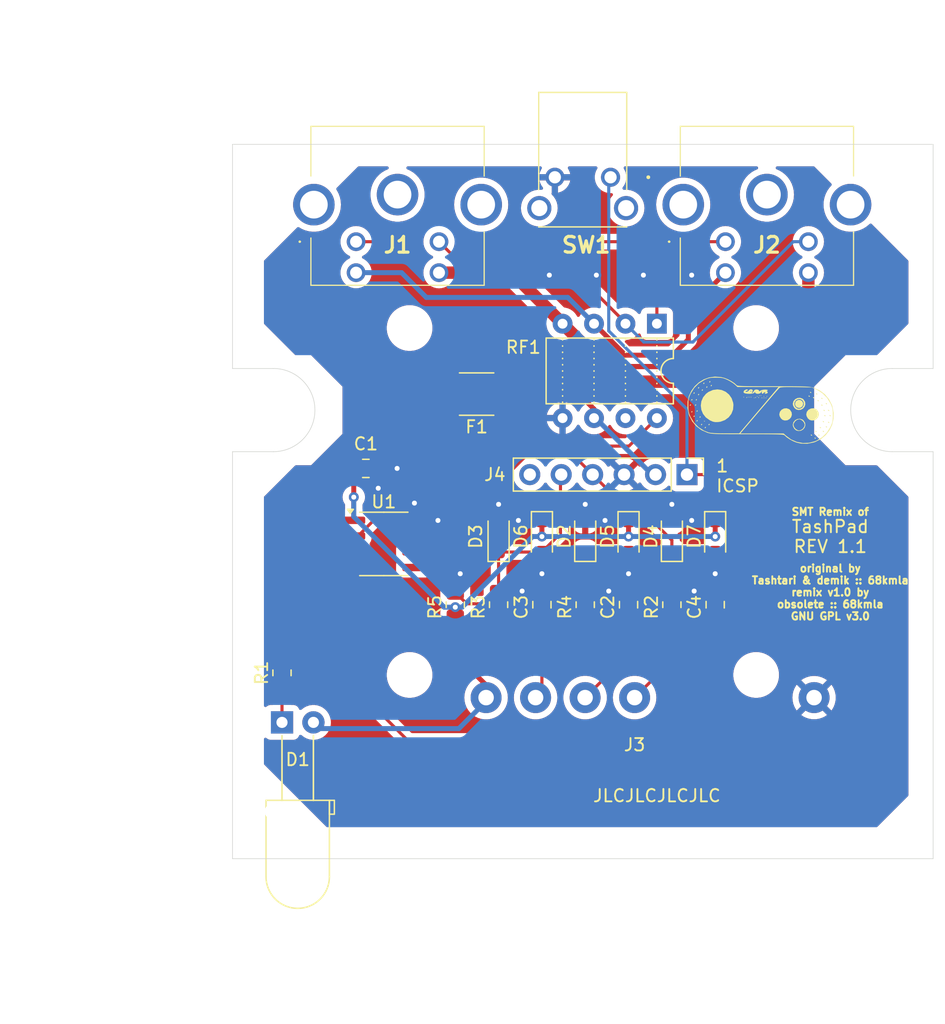
<source format=kicad_pcb>
(kicad_pcb (version 20240108) (generator "pcbnew") (generator_version "8.0")
  (title_block (title "TashPad") (date "2024-05-23") (rev "1.1") (company "Lostwave") (comment 1 "https://68kmla.org") (comment 2 "https://github.com/lampmerchant/tashpad"))
  (layers (0 "F.Cu" signal) (31 "B.Cu" signal) (35 "F.Paste" user) (37 "F.SilkS" user "F.Silkscreen") (38 "B.Mask" user) (39 "F.Mask" user) (44 "Edge.Cuts" user))
  (net 0 "")
  (net 1 "GND")
  (net 2 "+5V")
  (net 3 "Net-(RF1-Pin_3)")
  (net 4 "Net-(RF1-Pin_1)")
  (net 5 "Net-(RF1-Pin_2)")
  (net 6 "Net-(RF1-Pin_4)")
  (net 8 "Net-(J3-Pin_3)")
  (net 9 "Net-(J3-Pin_2)")
  (net 10 "ADB")
  (net 11 "Net-(J3-Pin_4)")
  (net 12 "Net-(D1-K)")
  (net 13 "Net-(D2-K)")
  (net 14 "Net-(D3-K)")
  (net 15 "Net-(D4-K)")
  (net 18 "Net-(U1-RA4)")
  (net 20 "Net-(J4-Pin_1)")
  (net 21 "+5V_PREFUSE")
  (footprint "Capacitor_SMD:C_0805_2012Metric_Pad1.18x1.45mm_HandSolder" (layer "F.Cu") (at 137.775 95.5 180)
    (property "Reference" "C1" (at 0 1.98 0) (layer "F.SilkS"))
    (property "Value" "100nF")
    (pad "1" smd roundrect (at -1.0375 0 180) (size 1.175 1.45) (layers "F.Cu" "F.Paste" "F.Mask") (roundrect_rratio 0.212766) (net 1 "GND"))
    (pad "2" smd roundrect (at 1.0375 0 180) (size 1.175 1.45) (layers "F.Cu" "F.Paste" "F.Mask") (roundrect_rratio 0.212766) (net 2 "+5V"))
  )
  (footprint "Package_SO:SOIC-8_3.9x4.9mm_P1.27mm" (layer "F.Cu") (at 139.225 101.595)
    (property "Reference" "U1" (at 0 -3.395 0) (layer "F.SilkS"))
    (property "Value" "PIC12F1501-xP")
    (pad "1" smd roundrect (at -2.475 -1.905) (size 1.95 0.6) (layers "F.Cu" "F.Paste" "F.Mask") (net 2 "+5V"))
    (pad "2" smd roundrect (at -2.475 -0.635) (size 1.95 0.6) (layers "F.Cu" "F.Paste" "F.Mask") (net 10 "ADB"))
    (pad "3" smd roundrect (at -2.475 0.635) (size 1.95 0.6) (layers "F.Cu" "F.Paste" "F.Mask") (net 18 "Net-(U1-RA4)"))
    (pad "4" smd roundrect (at -2.475 1.905) (size 1.95 0.6) (layers "F.Cu" "F.Paste" "F.Mask") (net 20 "Net-(J4-Pin_1)"))
    (pad "5" smd roundrect (at 2.475 1.905) (size 1.95 0.6) (layers "F.Cu" "F.Paste" "F.Mask") (net 13 "Net-(D2-K)"))
    (pad "6" smd roundrect (at 2.475 0.635) (size 1.95 0.6) (layers "F.Cu" "F.Paste" "F.Mask") (net 14 "Net-(D3-K)"))
    (pad "7" smd roundrect (at 2.475 -0.635) (size 1.95 0.6) (layers "F.Cu" "F.Paste" "F.Mask") (net 15 "Net-(D4-K)"))
    (pad "8" smd roundrect (at 2.475 -1.905) (size 1.95 0.6) (layers "F.Cu" "F.Paste" "F.Mask") (net 1 "GND"))
  )
  (footprint "LED_THT:LED_D5.0mm_Horizontal_O6.35mm_Z3.0mm" (layer "F.Cu") (at 131 116)
    (property "Reference" "D1" (at 1.27 3 0) (layer "F.SilkS"))
    (property "Value" "LED")
    (pad "1" thru_hole rect (at 0 0) (size 1.8 1.8) (drill 0.9) (layers "*.Cu" "*.Mask") (net 12 "Net-(D1-K)"))
    (pad "2" thru_hole circle (at 2.54 0) (size 1.8 1.8) (drill 0.9) (layers "*.Cu" "*.Mask") (net 2 "+5V"))
  )
  (footprint "tashpad:57491811" (layer "F.Cu") (at 166.83 77.2 180)
    (property "Reference" "J2" (at -3.35 -0.27 180) (layer "F.SilkS") (effects (font (size 1.27 1.27) (thickness 0.254))))
    (property "Value" "Mini-DIN-4" (hide yes))
    (pad "1" thru_hole circle (at 0 0 180) (size 1.509 1.509) (drill 0.97) (layers "*.Cu" "*.Mask") (net 4 "Net-(RF1-Pin_1)"))
    (pad "2" thru_hole circle (at -6.7 0 180) (size 1.509 1.509) (drill 0.97) (layers "*.Cu" "*.Mask") (net 5 "Net-(RF1-Pin_2)"))
    (pad "3" thru_hole circle (at 0 -2.5 180) (size 1.509 1.509) (drill 0.97) (layers "*.Cu" "*.Mask") (net 3 "Net-(RF1-Pin_3)"))
    (pad "4" thru_hole circle (at -6.7 -2.5 180) (size 1.509 1.509) (drill 0.97) (layers "*.Cu" "*.Mask") (net 6 "Net-(RF1-Pin_4)"))
    (pad "MH1" thru_hole circle (at -3.35 3.8 180) (size 3.356 3.356) (drill 2.237) (layers "*.Cu" "*.Mask"))
    (pad "MH2" thru_hole circle (at -10.11 2.99 180) (size 3.356 3.356) (drill 2.237) (layers "*.Cu" "*.Mask"))
    (pad "MH3" thru_hole circle (at 3.41 2.99 180) (size 3.356 3.356) (drill 2.237) (layers "*.Cu" "*.Mask"))
  )
  (footprint "tashpad:57491811" (layer "F.Cu") (at 136.985 77.2 180)
    (property "Reference" "J1" (at -3.35 -0.27 180) (layer "F.SilkS") (effects (font (size 1.27 1.27) (thickness 0.254))))
    (property "Value" "Mini-DIN-4" (hide yes))
    (pad "1" thru_hole circle (at 0 0 180) (size 1.509 1.509) (drill 0.97) (layers "*.Cu" "*.Mask") (net 4 "Net-(RF1-Pin_1)"))
    (pad "2" thru_hole circle (at -6.7 0 180) (size 1.509 1.509) (drill 0.97) (layers "*.Cu" "*.Mask") (net 5 "Net-(RF1-Pin_2)"))
    (pad "3" thru_hole circle (at 0 -2.5 180) (size 1.509 1.509) (drill 0.97) (layers "*.Cu" "*.Mask") (net 3 "Net-(RF1-Pin_3)"))
    (pad "4" thru_hole circle (at -6.7 -2.5 180) (size 1.509 1.509) (drill 0.97) (layers "*.Cu" "*.Mask") (net 6 "Net-(RF1-Pin_4)"))
    (pad "MH1" thru_hole circle (at -3.35 3.8 180) (size 3.356 3.356) (drill 2.237) (layers "*.Cu" "*.Mask"))
    (pad "MH2" thru_hole circle (at -10.11 2.99 180) (size 3.356 3.356) (drill 2.237) (layers "*.Cu" "*.Mask"))
    (pad "MH3" thru_hole circle (at 3.41 2.99 180) (size 3.356 3.356) (drill 2.237) (layers "*.Cu" "*.Mask"))
  )
  (footprint "tashpad:118250277" (layer "F.Cu") (at 157.5458 72 180)
    (property "Reference" "SW1" (at 1.9708 -5.47 180) (layer "F.SilkS") (effects (font (size 1.27 1.27) (thickness 0.254))))
    (property "Value" "1-1825027-7" (hide yes))
    (pad "1" thru_hole circle (at 0 0 180) (size 1.54 1.54) (drill 0.99) (layers "*.Cu" "*.Mask") (net 20 "Net-(J4-Pin_1)"))
    (pad "2" thru_hole circle (at 4.5 0 180) (size 1.54 1.54) (drill 0.99) (layers "*.Cu" "*.Mask") (net 1 "GND"))
    (pad "MH1" thru_hole circle (at -1.255 -2.49 180) (size 1.95 1.95) (drill 1.3) (layers "*.Cu" "*.Mask"))
    (pad "MH2" thru_hole circle (at 5.755 -2.49 180) (size 1.95 1.95) (drill 1.3) (layers "*.Cu" "*.Mask"))
  )
  (footprint "MountingHole:MountingHole_3.2mm_M3" (layer "F.Cu") (at 141.31 84.17)
    (property "Reference" "H1" (hide yes))
    (property "Value" "M3")
    (pad "" np_thru_hole circle (at 0 0) (size 3.2 3.2) (drill 3.2) (layers "*.Cu" "*.Mask"))
  )
  (footprint "MountingHole:MountingHole_3.2mm_M3" (layer "F.Cu") (at 169.31 84.17)
    (property "Reference" "H2" (hide yes))
    (property "Value" "M3")
    (pad "" np_thru_hole circle (at 0 0) (size 3.2 3.2) (drill 3.2) (layers "*.Cu" "*.Mask"))
  )
  (footprint "MountingHole:MountingHole_3.2mm_M3" (layer "F.Cu") (at 141.31 112.17)
    (property "Reference" "H3" (hide yes))
    (property "Value" "M3")
    (pad "" np_thru_hole circle (at 0 0) (size 3.2 3.2) (drill 3.2) (layers "*.Cu" "*.Mask"))
  )
  (footprint "MountingHole:MountingHole_3.2mm_M3" (layer "F.Cu") (at 169.31 112.17)
    (property "Reference" "H4" (hide yes))
    (property "Value" "M3")
    (pad "" np_thru_hole circle (at 0 0) (size 3.2 3.2) (drill 3.2) (layers "*.Cu" "*.Mask"))
  )
  (footprint "tashpad:MountingHole_1.152mm" (layer "F.Cu") (at 130.175 123.19)
    (property "Reference" "H5" (hide yes))
    (property "Value" "1.152mm")
    (pad "" np_thru_hole circle (at 0 0) (size 1.152 1.152) (drill 1.152) (layers "*.Cu" "*.Mask"))
  )
  (footprint "tashpad:MountingHole_1.152mm" (layer "F.Cu") (at 180.975 72.39)
    (property "Reference" "H6" (hide yes))
    (property "Value" "1.152mm")
    (pad "" np_thru_hole circle (at 0 0) (size 1.152 1.152) (drill 1.152) (layers "*.Cu" "*.Mask"))
  )
  (footprint "Diode_SMD:D_SOD-323_HandSoldering" (layer "F.Cu") (at 159 101 -90)
    (property "Reference" "D5" (at 0 1.7 90) (layer "F.SilkS"))
    (property "Value" "1N4148")
    (pad "1" smd roundrect (at -1.25 0 270) (size 1 1) (layers "F.Cu" "F.Paste" "F.Mask") (net 2 "+5V"))
    (pad "2" smd roundrect (at 1.25 0 270) (size 1 1) (layers "F.Cu" "F.Paste" "F.Mask") (net 13 "Net-(D2-K)"))
  )
  (footprint "Resistor_SMD:R_0805_2012Metric_Pad1.20x1.40mm_HandSolder" (layer "F.Cu") (at 131 112 90)
    (property "Reference" "R1" (at 0 -1.65 90) (layer "F.SilkS"))
    (property "Value" "330Ω")
    (pad "1" smd roundrect (at -1 0 90) (size 1.2 1.4) (layers "F.Cu" "F.Paste" "F.Mask") (roundrect_rratio 0.208333) (net 12 "Net-(D1-K)"))
    (pad "2" smd roundrect (at 1 0 90) (size 1.2 1.4) (layers "F.Cu" "F.Paste" "F.Mask") (roundrect_rratio 0.208333) (net 18 "Net-(U1-RA4)"))
  )
  (footprint "Resistor_SMD:R_0805_2012Metric_Pad1.20x1.40mm_HandSolder" (layer "F.Cu") (at 148.5 106.5 90)
    (property "Reference" "R3" (at -0.2 -1.65 90) (layer "F.SilkS"))
    (property "Value" "100")
    (pad "1" smd roundrect (at -1 0 90) (size 1.2 1.4) (layers "F.Cu" "F.Paste" "F.Mask") (roundrect_rratio 0.208333) (net 9 "Net-(J3-Pin_2)"))
    (pad "2" smd roundrect (at 1 0 90) (size 1.2 1.4) (layers "F.Cu" "F.Paste" "F.Mask") (roundrect_rratio 0.208333) (net 14 "Net-(D3-K)"))
  )
  (footprint "Connector_PinHeader_2.54mm:PinHeader_1x06_P2.54mm_Vertical" (layer "F.Cu") (at 163.72 96 -90)
    (property "Reference" "J4" (at 0 15.52 180) (layer "F.SilkS"))
    (property "Value" "ICSP")
    (pad "1" thru_hole rect (at 0 0 270) (size 1.7 1.7) (drill 1) (layers "*.Cu" "*.Mask") (net 20 "Net-(J4-Pin_1)"))
    (pad "2" thru_hole oval (at 0 2.54 270) (size 1.7 1.7) (drill 1) (layers "*.Cu" "*.Mask") (net 21 "+5V_PREFUSE"))
    (pad "3" thru_hole oval (at 0 5.08 270) (size 1.7 1.7) (drill 1) (layers "*.Cu" "*.Mask") (net 1 "GND"))
    (pad "4" thru_hole oval (at 0 7.62 270) (size 1.7 1.7) (drill 1) (layers "*.Cu" "*.Mask") (net 15 "Net-(D4-K)"))
    (pad "5" thru_hole oval (at 0 10.16 270) (size 1.7 1.7) (drill 1) (layers "*.Cu" "*.Mask") (net 14 "Net-(D3-K)"))
    (pad "6" thru_hole oval (at 0 12.7 270) (size 1.7 1.7) (drill 1) (layers "*.Cu" "*.Mask"))
  )
  (footprint "Capacitor_SMD:C_0805_2012Metric_Pad1.18x1.45mm_HandSolder" (layer "F.Cu") (at 152 106.5 90)
    (property "Reference" "C3" (at -0.2 -1.68 90) (layer "F.SilkS"))
    (property "Value" "330pF")
    (pad "1" smd roundrect (at -1.0375 0 90) (size 1.175 1.45) (layers "F.Cu" "F.Paste" "F.Mask") (roundrect_rratio 0.212766) (net 9 "Net-(J3-Pin_2)"))
    (pad "2" smd roundrect (at 1.0375 0 90) (size 1.175 1.45) (layers "F.Cu" "F.Paste" "F.Mask") (roundrect_rratio 0.212766) (net 1 "GND"))
  )
  (footprint "Resistor_SMD:R_0805_2012Metric_Pad1.20x1.40mm_HandSolder" (layer "F.Cu") (at 162.5 106.5 90)
    (property "Reference" "R2" (at -0.2 -1.65 90) (layer "F.SilkS"))
    (property "Value" "100")
    (pad "1" smd roundrect (at -1 0 90) (size 1.2 1.4) (layers "F.Cu" "F.Paste" "F.Mask") (roundrect_rratio 0.208333) (net 11 "Net-(J3-Pin_4)"))
    (pad "2" smd roundrect (at 1 0 90) (size 1.2 1.4) (layers "F.Cu" "F.Paste" "F.Mask") (roundrect_rratio 0.208333) (net 15 "Net-(D4-K)"))
  )
  (footprint "Resistor_SMD:R_0805_2012Metric_Pad1.20x1.40mm_HandSolder" (layer "F.Cu") (at 155.5 106.5 90)
    (property "Reference" "R4" (at -0.2 -1.65 90) (layer "F.SilkS"))
    (property "Value" "100")
    (pad "1" smd roundrect (at -1 0 90) (size 1.2 1.4) (layers "F.Cu" "F.Paste" "F.Mask") (roundrect_rratio 0.208333) (net 8 "Net-(J3-Pin_3)"))
    (pad "2" smd roundrect (at 1 0 90) (size 1.2 1.4) (layers "F.Cu" "F.Paste" "F.Mask") (roundrect_rratio 0.208333) (net 13 "Net-(D2-K)"))
  )
  (footprint "Resistor_SMD:R_0805_2012Metric_Pad1.20x1.40mm_HandSolder" (layer "F.Cu") (at 145 106.5 90)
    (property "Reference" "R5" (at -0.2 -1.65 90) (layer "F.SilkS"))
    (property "Value" "10k")
    (pad "1" smd roundrect (at -1 0 90) (size 1.2 1.4) (layers "F.Cu" "F.Paste" "F.Mask") (roundrect_rratio 0.208333) (net 2 "+5V"))
    (pad "2" smd roundrect (at 1 0 90) (size 1.2 1.4) (layers "F.Cu" "F.Paste" "F.Mask") (roundrect_rratio 0.208333) (net 13 "Net-(D2-K)"))
  )
  (footprint "Diode_SMD:D_SOD-323_HandSoldering" (layer "F.Cu") (at 148.5 101 90)
    (property "Reference" "D3" (at 0 -1.85 90) (layer "F.SilkS"))
    (property "Value" "1N4148")
    (pad "1" smd roundrect (at -1.25 0 90) (size 1 1) (layers "F.Cu" "F.Paste" "F.Mask") (net 14 "Net-(D3-K)"))
    (pad "2" smd roundrect (at 1.25 0 90) (size 1 1) (layers "F.Cu" "F.Paste" "F.Mask") (net 1 "GND"))
  )
  (footprint "Diode_SMD:D_SOD-323_HandSoldering" (layer "F.Cu") (at 155.5 101 90)
    (property "Reference" "D2" (at 0 -1.7 90) (layer "F.SilkS"))
    (property "Value" "1N4148")
    (pad "1" smd roundrect (at -1.25 0 90) (size 1 1) (layers "F.Cu" "F.Paste" "F.Mask") (net 13 "Net-(D2-K)"))
    (pad "2" smd roundrect (at 1.25 0 90) (size 1 1) (layers "F.Cu" "F.Paste" "F.Mask") (net 1 "GND"))
  )
  (footprint "Diode_SMD:D_SOD-323_HandSoldering" (layer "F.Cu") (at 152 101 -90)
    (property "Reference" "D6" (at 0 1.7 90) (layer "F.SilkS"))
    (property "Value" "1N4148")
    (pad "1" smd roundrect (at -1.25 0 270) (size 1 1) (layers "F.Cu" "F.Paste" "F.Mask") (net 2 "+5V"))
    (pad "2" smd roundrect (at 1.25 0 270) (size 1 1) (layers "F.Cu" "F.Paste" "F.Mask") (net 14 "Net-(D3-K)"))
  )
  (footprint "Capacitor_SMD:C_0805_2012Metric_Pad1.18x1.45mm_HandSolder" (layer "F.Cu") (at 166 106.5 90)
    (property "Reference" "C4" (at -0.2 -1.68 90) (layer "F.SilkS"))
    (property "Value" "330pF")
    (pad "1" smd roundrect (at -1.0375 0 90) (size 1.175 1.45) (layers "F.Cu" "F.Paste" "F.Mask") (roundrect_rratio 0.212766) (net 11 "Net-(J3-Pin_4)"))
    (pad "2" smd roundrect (at 1.0375 0 90) (size 1.175 1.45) (layers "F.Cu" "F.Paste" "F.Mask") (roundrect_rratio 0.212766) (net 1 "GND"))
  )
  (footprint "tashpad:SNES Controller" (layer "F.Cu") (at 159.49 114)
    (property "Reference" "J3" (at 0 3.81 0) (layer "F.SilkS"))
    (property "Value" "SNES Angled connector")
    (pad "1" thru_hole circle (at -12 0) (size 2.5 2.5) (drill 1.25) (layers "*.Cu" "*.Mask") (net 2 "+5V"))
    (pad "2" thru_hole circle (at -8 0) (size 2.5 2.5) (drill 1.25) (layers "*.Cu" "*.Mask") (net 9 "Net-(J3-Pin_2)"))
    (pad "3" thru_hole circle (at -4 0) (size 2.5 2.5) (drill 1.25) (layers "*.Cu" "*.Mask") (net 8 "Net-(J3-Pin_3)"))
    (pad "4" thru_hole circle (at 0 0) (size 2.5 2.5) (drill 1.25) (layers "*.Cu" "*.Mask") (net 11 "Net-(J3-Pin_4)"))
    (pad "5" smd circle (at 6.5 2) (size 0.5 0.5) (layers "F.Cu" "F.Paste" "F.Mask"))
    (pad "6" smd circle (at 10.5 2) (size 0.5 0.5) (layers "F.Cu" "F.Paste" "F.Mask"))
    (pad "7" thru_hole circle (at 14.5 0) (size 2.5 2.5) (drill 1.25) (layers "*.Cu" "*.Mask") (net 1 "GND"))
  )
  (footprint "Diode_SMD:D_SOD-323_HandSoldering" (layer "F.Cu") (at 162.5 101 90)
    (property "Reference" "D4" (at 0 -1.7 90) (layer "F.SilkS"))
    (property "Value" "1N4148")
    (pad "1" smd roundrect (at -1.25 0 90) (size 1 1) (layers "F.Cu" "F.Paste" "F.Mask") (net 15 "Net-(D4-K)"))
    (pad "2" smd roundrect (at 1.25 0 90) (size 1 1) (layers "F.Cu" "F.Paste" "F.Mask") (net 1 "GND"))
  )
  (footprint "Diode_SMD:D_SOD-323_HandSoldering" (layer "F.Cu") (at 166 101 -90)
    (property "Reference" "D7" (at 0 1.7 90) (layer "F.SilkS"))
    (property "Value" "1N4148")
    (pad "1" smd roundrect (at -1.25 0 270) (size 1 1) (layers "F.Cu" "F.Paste" "F.Mask") (net 2 "+5V"))
    (pad "2" smd roundrect (at 1.25 0 270) (size 1 1) (layers "F.Cu" "F.Paste" "F.Mask") (net 15 "Net-(D4-K)"))
  )
  (footprint "LOGO" (layer "F.Cu") (at 169.545 90.805)
    (property "Reference" "G***" (hide yes))
    (property "Value" "LOGO" (hide yes))
  )
  (footprint "Capacitor_SMD:C_0805_2012Metric_Pad1.18x1.45mm_HandSolder" (layer "F.Cu") (at 159 106.5 90)
    (property "Reference" "C2" (at -0.2 -1.68 90) (layer "F.SilkS"))
    (property "Value" "330pF")
    (pad "1" smd roundrect (at -1.0375 0 90) (size 1.175 1.45) (layers "F.Cu" "F.Paste" "F.Mask") (roundrect_rratio 0.212766) (net 8 "Net-(J3-Pin_3)"))
    (pad "2" smd roundrect (at 1.0375 0 90) (size 1.175 1.45) (layers "F.Cu" "F.Paste" "F.Mask") (roundrect_rratio 0.212766) (net 1 "GND"))
  )
  (footprint "Package_DIP:DIP-8_W7.62mm" (layer "F.Cu") (at 161.29 83.82 -90)
    (property "Reference" "RF1" (at 1.905 10.795 180) (layer "F.SilkS"))
    (property "Value" "LD11-0246FLF")
    (pad "1" thru_hole rect (at 0 0 270) (size 1.6 1.6) (drill 0.8) (layers "*.Cu" "*.Mask") (net 4 "Net-(RF1-Pin_1)"))
    (pad "2" thru_hole oval (at 0 2.54 270) (size 1.6 1.6) (drill 0.8) (layers "*.Cu" "*.Mask") (net 5 "Net-(RF1-Pin_2)"))
    (pad "3" thru_hole oval (at 0 5.08 270) (size 1.6 1.6) (drill 0.8) (layers "*.Cu" "*.Mask") (net 3 "Net-(RF1-Pin_3)"))
    (pad "4" thru_hole oval (at 0 7.62 270) (size 1.6 1.6) (drill 0.8) (layers "*.Cu" "*.Mask") (net 6 "Net-(RF1-Pin_4)"))
    (pad "5" thru_hole oval (at 7.62 7.62 270) (size 1.6 1.6) (drill 0.8) (layers "*.Cu" "*.Mask") (net 1 "GND"))
    (pad "6" thru_hole oval (at 7.62 5.08 270) (size 1.6 1.6) (drill 0.8) (layers "*.Cu" "*.Mask") (net 21 "+5V_PREFUSE"))
    (pad "7" thru_hole oval (at 7.62 2.54 270) (size 1.6 1.6) (drill 0.8) (layers "*.Cu" "*.Mask"))
    (pad "8" thru_hole oval (at 7.62 0 270) (size 1.6 1.6) (drill 0.8) (layers "*.Cu" "*.Mask") (net 10 "ADB"))
  )
  (footprint "Fuse:Fuse_1812_4532Metric_Pad1.30x3.40mm_HandSolder" (layer "F.Cu") (at 146.725 89.5 180)
    (property "Reference" "F1" (at 0 -2.65 180) (layer "F.SilkS"))
    (property "Value" "Polyfuse MF-R020")
    (pad "1" smd roundrect (at -2.225 0 180) (size 1.3 3.4) (layers "F.Cu" "F.Paste" "F.Mask") (roundrect_rratio 0.192308) (net 21 "+5V_PREFUSE"))
    (pad "2" smd roundrect (at 2.225 0 180) (size 1.3 3.4) (layers "F.Cu" "F.Paste" "F.Mask") (roundrect_rratio 0.192308) (net 2 "+5V"))
  )
  (gr_line (start 161.29 90.17) (end 161.29 85.09) (stroke (width 0.12) (type dot)) (layer "F.SilkS"))
  (gr_line (start 153.67 90.17) (end 153.67 85.09) (stroke (width 0.12) (type dot)) (layer "F.SilkS"))
  (gr_line (start 158.75 90.17) (end 158.75 85.09) (stroke (width 0.12) (type dot)) (layer "F.SilkS"))
  (gr_line (start 156.21 90.17) (end 156.21 85.09) (stroke (width 0.12) (type dot)) (layer "F.SilkS"))
  (gr_line (start 183.61 127) (end 183.61 94.15) (stroke (width 0.05)) (layer "Edge.Cuts"))
  (gr_arc (start 130.302 87.434) (mid 133.66 90.792) (end 130.302 94.15) (stroke (width 0.05)) (layer "Edge.Cuts"))
  (gr_line (start 130.302 94.15) (end 127 94.15) (stroke (width 0.05)) (layer "Edge.Cuts"))
  (gr_line (start 130.302 87.434) (end 127 87.434) (stroke (width 0.05)) (layer "Edge.Cuts"))
  (gr_line (start 180.308 87.434) (end 183.61 87.434) (stroke (width 0.05)) (layer "Edge.Cuts"))
  (gr_arc (start 180.308 94.15) (mid 176.95 90.792) (end 180.308 87.434) (stroke (width 0.05)) (layer "Edge.Cuts"))
  (gr_line (start 180.308 94.15) (end 183.61 94.15) (stroke (width 0.05)) (layer "Edge.Cuts"))
  (gr_line (start 183.61 87.434) (end 183.61 69.344) (stroke (width 0.05)) (layer "Edge.Cuts"))
  (gr_line (start 183.61 69.344) (end 127 69.344) (stroke (width 0.05)) (layer "Edge.Cuts"))
  (gr_line (start 127 87.434) (end 127 69.344) (stroke (width 0.05)) (layer "Edge.Cuts"))
  (gr_line (start 127 127) (end 127 94.15) (stroke (width 0.05)) (layer "Edge.Cuts"))
  (gr_line (start 127 127) (end 183.61 127) (stroke (width 0.05)) (layer "Edge.Cuts"))
  (gr_text "SMT Remix of" (at 175.3 99 0) (layer "F.SilkS") (effects (font (size 0.6 0.6))))
  (gr_text "1\nICSP" (at 166 97.5 0) (layer "F.SilkS") (effects (font (size 1 1)) (justify left bottom)))
  (gr_text "TashPad\nREV 1.1" (at 175.3 101 0) (layer "F.SilkS") (effects (font (size 1 1))))
  (gr_text "original by\nTashtari & demik :: 68kmla\nremix v1.0 by\nobsolete :: 68kmla\nGNU GPL v3.0" (at 175.3 105.5 0) (layer "F.SilkS") (effects (font (size 0.6 0.6))))
  (gr_text "JLCJLCJLCJLC" (at 161.29 121.92 0) (layer "F.SilkS") (effects (font (size 1 1))))
  (via (at 164.1 79.9) (size 0.8) (drill 0.4) (layers "F.Cu" "B.Cu") (net 1))
  (via (at 148.5 98.4) (size 0.8) (drill 0.4) (layers "F.Cu" "B.Cu") (net 1))
  (via (at 164.3 105.4) (size 0.8) (drill 0.4) (layers "F.Cu" "B.Cu") (net 1))
  (via (at 150.1 99.7) (size 0.8) (drill 0.4) (layers "F.Cu" "B.Cu") (net 1))
  (via (at 162.5 98.4) (size 0.8) (drill 0.4) (layers "F.Cu" "B.Cu") (net 1))
  (via (at 138.775 97.1) (size 0.8) (drill 0.4) (layers "F.Cu" "B.Cu") (net 1))
  (via (at 150.4 105.4) (size 0.8) (drill 0.4) (layers "F.Cu" "B.Cu") (net 1))
  (via (at 140.3 95.5) (size 0.8) (drill 0.4) (layers "F.Cu" "B.Cu") (net 1))
  (via (at 156.4 79.9) (size 0.8) (drill 0.4) (layers "F.Cu" "B.Cu") (net 1))
  (via (at 164.1 99.7) (size 0.8) (drill 0.4) (layers "F.Cu" "B.Cu") (net 1))
  (via (at 155.5 98.4) (size 0.8) (drill 0.4) (layers "F.Cu" "B.Cu") (net 1))
  (via (at 141.7 98.3) (size 0.8) (drill 0.4) (layers "F.Cu" "B.Cu") (net 1))
  (via (at 157.1 99.7) (size 0.8) (drill 0.4) (layers "F.Cu" "B.Cu") (net 1))
  (via (at 160.2 79.9) (size 0.8) (drill 0.4) (layers "F.Cu" "B.Cu") (net 1))
  (via (at 145.4 104) (size 0.8) (drill 0.4) (layers "F.Cu" "B.Cu") (net 1))
  (via (at 143.6 99.7) (size 0.8) (drill 0.4) (layers "F.Cu" "B.Cu") (net 1))
  (via (at 152.6 79.9) (size 0.8) (drill 0.4) (layers "F.Cu" "B.Cu") (net 1))
  (via (at 159 104) (size 0.8) (drill 0.4) (layers "F.Cu" "B.Cu") (net 1))
  (via (at 157.4 105.4) (size 0.8) (drill 0.4) (layers "F.Cu" "B.Cu") (net 1))
  (via (at 152 104) (size 0.8) (drill 0.4) (layers "F.Cu" "B.Cu") (net 1))
  (via (at 166 104) (size 0.8) (drill 0.4) (layers "F.Cu" "B.Cu") (net 1))
  (segment (start 140.93 88.9) (end 140.97 88.9) (width 1) (layer "B.Cu") (net 1))
  (segment (start 141.678125 90) (end 136.7375 94.940625) (width 0.4) (layer "F.Cu") (net 2))
  (segment (start 145 107.5) (end 145 106.7) (width 0.4) (layer "F.Cu") (net 2))
  (segment (start 144.99 107.51) (end 145 107.5) (width 0.4) (layer "F.Cu") (net 2))
  (segment (start 136.8 97.81875) (end 136.8 99.64) (width 0.4) (layer "F.Cu") (net 2))
  (segment (start 136.7375 94.940625) (end 136.7375 95.31875) (width 0.4) (layer "F.Cu") (net 2))
  (segment (start 144.5 90) (end 141.678125 90) (width 0.4) (layer "F.Cu") (net 2))
  (segment (start 152 99.75) (end 152 101) (width 0.4) (layer "F.Cu") (net 2))
  (segment (start 147.49 112.99) (end 147.49 114) (width 0.4) (layer "F.Cu") (net 2))
  (segment (start 136.8 97.81875) (end 136.8 95.38125) (width 0.4) (layer "F.Cu") (net 2))
  (segment (start 145 110.5) (end 147.49 112.99) (width 0.4) (layer "F.Cu") (net 2))
  (segment (start 136.8 99.64) (end 136.75 99.69) (width 0.4) (layer "F.Cu") (net 2))
  (segment (start 166 99.75) (end 166 101) (width 0.4) (layer "F.Cu") (net 2))
  (segment (start 159 99.75) (end 159 101) (width 0.4) (layer "F.Cu") (net 2))
  (segment (start 145 106.7) (end 145 110.5) (width 0.4) (layer "F.Cu") (net 2))
  (via (at 136.8 97.81875) (size 0.8) (drill 0.4) (layers "F.Cu" "B.Cu") (net 2))
  (via (at 166 101) (size 0.8) (drill 0.4) (layers "F.Cu" "B.Cu") (net 2))
  (via (at 152 101) (size 0.8) (drill 0.4) (layers "F.Cu" "B.Cu") (net 2))
  (via (at 159 101) (size 0.8) (drill 0.4) (layers "F.Cu" "B.Cu") (net 2))
  (via (at 145 106.7) (size 0.8) (drill 0.4) (layers "F.Cu" "B.Cu") (net 2))
  (segment (start 136.8 99.4) (end 144.1 106.7) (width 0.4) (layer "B.Cu") (net 2))
  (segment (start 145.29 116.5) (end 134.04 116.5) (width 0.4) (layer "B.Cu") (net 2))
  (segment (start 166 101) (end 152 101) (width 0.4) (layer "B.Cu") (net 2))
  (segment (start 144.1 106.7) (end 145 106.7) (width 0.4) (layer "B.Cu") (net 2))
  (segment (start 145.55 106.7) (end 145 106.7) (width 0.4) (layer "B.Cu") (net 2))
  (segment (start 151.25 101) (end 145.55 106.7) (width 0.4) (layer "B.Cu") (net 2))
  (segment (start 136.8 97.81875) (end 136.8 99.4) (width 0.4) (layer "B.Cu") (net 2))
  (segment (start 152 101) (end 151.25 101) (width 0.4) (layer "B.Cu") (net 2))
  (segment (start 147.49 114.3) (end 145.29 116.5) (width 0.4) (layer "B.Cu") (net 2))
  (segment (start 134.04 116.5) (end 133.54 116) (width 0.4) (layer "B.Cu") (net 2))
  (segment (start 158.75 86.36) (end 162.56 86.36) (width 0.4) (layer "F.Cu") (net 3))
  (segment (start 163.83 82.7) (end 166.83 79.7) (width 0.4) (layer "F.Cu") (net 3))
  (segment (start 156.21 83.82) (end 158.75 86.36) (width 0.4) (layer "F.Cu") (net 3))
  (segment (start 162.56 86.36) (end 163.83 85.09) (width 0.4) (layer "F.Cu") (net 3))
  (segment (start 163.83 85.09) (end 163.83 82.7) (width 0.4) (layer "F.Cu") (net 3))
  (segment (start 142.66 81.7) (end 140.66 79.7) (width 0.4) (layer "B.Cu") (net 3))
  (segment (start 154.09 81.7) (end 142.66 81.7) (width 0.4) (layer "B.Cu") (net 3))
  (segment (start 156.21 83.82) (end 154.09 81.7) (width 0.4) (layer "B.Cu") (net 3))
  (segment (start 140.66 79.7) (end 136.985 79.7) (width 0.4) (layer "B.Cu") (net 3))
  (segment (start 161.29 83.82) (end 161.29 77.2) (width 0.25) (layer "F.Cu") (net 4))
  (segment (start 143.8 75) (end 146 77.2) (width 0.25) (layer "F.Cu") (net 4))
  (segment (start 140.8 77.2) (end 143 75) (width 0.25) (layer "F.Cu") (net 4))
  (segment (start 136.985 77.2) (end 140.8 77.2) (width 0.25) (layer "F.Cu") (net 4))
  (segment (start 166.83 77.2) (end 161.29 77.2) (width 0.25) (layer "F.Cu") (net 4))
  (segment (start 146 77.2) (end 161.29 77.2) (width 0.25) (layer "F.Cu") (net 4))
  (segment (start 143 75) (end 143.8 75) (width 0.25) (layer "F.Cu") (net 4))
  (segment (start 158.75 83.82) (end 158.75 83.75) (width 0.25) (layer "F.Cu") (net 5))
  (segment (start 158.75 83.75) (end 153.8 78.8) (width 0.25) (layer "F.Cu") (net 5))
  (segment (start 153.8 78.8) (end 145.285 78.8) (width 0.25) (layer "F.Cu") (net 5))
  (segment (start 145.285 78.8) (end 143.685 77.2) (width 0.25) (layer "F.Cu") (net 5))
  (segment (start 158.75 83.82) (end 160.23 85.3) (width 0.25) (layer "B.Cu") (net 5))
  (segment (start 172.3 77.2) (end 173.53 77.2) (width 0.25) (layer "B.Cu") (net 5))
  (segment (start 160.23 85.3) (end 164.2 85.3) (width 0.25) (layer "B.Cu") (net 5))
  (segment (start 164.2 85.3) (end 172.3 77.2) (width 0.25) (layer "B.Cu") (net 5))
  (segment (start 171 88.5) (end 173.53 85.97) (width 1) (layer "F.Cu") (net 6))
  (segment (start 153.67 83.82) (end 158.35 88.5) (width 1) (layer "F.Cu") (net 6))
  (segment (start 143.685 79.7) (end 149.55 79.7) (width 1) (layer "F.Cu") (net 6))
  (segment (start 149.55 79.7) (end 153.67 83.82) (width 1) (layer "F.Cu") (net 6))
  (segment (start 173.53 85.97) (end 173.53 79.7) (width 1) (layer "F.Cu") (net 6))
  (segment (start 158.35 88.5) (end 171 88.5) (width 1) (layer "F.Cu") (net 6))
  (segment (start 159 110.49) (end 155.49 114) (width 0.25) (layer "F.Cu") (net 8))
  (segment (start 159 107.5375) (end 159 110.49) (width 0.25) (layer "F.Cu") (net 8))
  (segment (start 155.5375 107.5375) (end 155.5 107.5) (width 0.25) (layer "F.Cu") (net 8))
  (segment (start 159 107.5375) (end 155.5375 107.5375) (width 0.25) (layer "F.Cu") (net 8))
  (segment (start 152 107.5375) (end 151.5375 107.5375) (width 0.25) (layer "F.Cu") (net 9))
  (segment (start 151.5375 107.5375) (end 151.5 107.5) (width 0.25) (layer "F.Cu") (net 9))
  (segment (start 151.5 107.5) (end 148.5 107.5) (width 0.25) (layer "F.Cu") (net 9))
  (segment (start 152 113.49) (end 151.49 114) (width 0.25) (layer "F.Cu") (net 9))
  (segment (start 152 107.5375) (end 152 113.49) (width 0.25) (layer "F.Cu") (net 9))
  (segment (start 137.14 100.96) (end 144.4 93.7) (width 0.25) (layer "F.Cu") (net 10))
  (segment (start 136.75 100.96) (end 137.14 100.96) (width 0.25) (layer "F.Cu") (net 10))
  (segment (start 144.4 93.7) (end 159.03 93.7) (width 0.25) (layer "F.Cu") (net 10))
  (segment (start 159.03 93.7) (end 161.29 91.44) (width 0.25) (layer "F.Cu") (net 10))
  (segment (start 165.9525 107.5375) (end 165.915 107.5) (width 0.25) (layer "F.Cu") (net 11))
  (segment (start 165.915 107.5) (end 162.5 107.5) (width 0.25) (layer "F.Cu") (net 11))
  (segment (start 166 107.5375) (end 165.9525 107.5375) (width 0.25) (layer "F.Cu") (net 11))
  (segment (start 165.9525 107.5375) (end 159.49 114) (width 0.25) (layer "F.Cu") (net 11))
  (segment (start 131 116) (end 131 113.03) (width 0.25) (layer "F.Cu") (net 12))
  (segment (start 154.575 106.425) (end 155.5 105.5) (width 0.25) (layer "F.Cu") (net 13))
  (segment (start 145 105) (end 143.5 103.5) (width 0.25) (layer "F.Cu") (net 13))
  (segment (start 145.925 106.425) (end 154.575 106.425) (width 0.25) (layer "F.Cu") (net 13))
  (segment (start 145 105.5) (end 145 105) (width 0.25) (layer "F.Cu") (net 13))
  (segment (start 143.5 103.5) (end 141.7 103.5) (width 0.25) (layer "F.Cu") (net 13))
  (segment (start 155.5 102.25) (end 159 102.25) (width 0.25) (layer "F.Cu") (net 13))
  (segment (start 155.5 102.25) (end 155.5 105.5) (width 0.25) (layer "F.Cu") (net 13))
  (segment (start 145 105.5) (end 145.925 106.425) (width 0.25) (layer "F.Cu") (net 13))
  (segment (start 148.5 102.25) (end 152 102.25) (width 0.25) (layer "F.Cu") (net 14))
  (segment (start 148.5 105.5) (end 148.9001 105.5) (width 0.25) (layer "F.Cu") (net 14))
  (segment (start 153.56 96) (end 153.5 96.06) (width 0.25) (layer "F.Cu") (net 14))
  (segment (start 153.5 96.06) (end 153.5 100.75) (width 0.25) (layer "F.Cu") (net 14))
  (segment (start 141.7 102.23) (end 148.48 102.23) (width 0.25) (layer "F.Cu") (net 14))
  (segment (start 148.5 102.25) (end 148.5 105.5) (width 0.25) (layer "F.Cu") (net 14))
  (segment (start 153.5 100.75) (end 152 102.25) (width 0.25) (layer "F.Cu") (net 14))
  (segment (start 148.48 102.23) (end 148.5 102.25) (width 0.25) (layer "F.Cu") (net 14))
  (segment (start 158.4 98.3) (end 159.5 98.3) (width 0.25) (layer "F.Cu") (net 15))
  (segment (start 150.7 94.5) (end 144.24 100.96) (width 0.25) (layer "F.Cu") (net 15))
  (segment (start 156.1 96) (end 154.6 94.5) (width 0.25) (layer "F.Cu") (net 15))
  (segment (start 162.5 105.5) (end 162.5 102.25) (width 0.25) (layer "F.Cu") (net 15))
  (segment (start 156.1 96) (end 158.4 98.3) (width 0.25) (layer "F.Cu") (net 15))
  (segment (start 154.6 94.5) (end 150.7 94.5) (width 0.25) (layer "F.Cu") (net 15))
  (segment (start 159.5 98.3) (end 162.5 101.3) (width 0.25) (layer "F.Cu") (net 15))
  (segment (start 162.5 102.25) (end 166 102.25) (width 0.25) (layer "F.Cu") (net 15))
  (segment (start 162.5 101.3) (end 162.5 102.25) (width 0.25) (layer "F.Cu") (net 15))
  (segment (start 144.24 100.96) (end 141.7 100.96) (width 0.25) (layer "F.Cu") (net 15))
  (segment (start 131 111) (end 131 106.5) (width 0.25) (layer "F.Cu") (net 18))
  (segment (start 131 106.5) (end 135.27 102.23) (width 0.25) (layer "F.Cu") (net 18))
  (segment (start 135.27 102.23) (end 136.75 102.23) (width 0.25) (layer "F.Cu") (net 18))
  (segment (start 137.525 102.405) (end 136.550001 102.405) (width 0.25) (layer "F.Cu") (net 18))
  (segment (start 168.2 109.1) (end 159.8 117.5) (width 0.25) (layer "F.Cu") (net 20))
  (segment (start 168.2 99.1) (end 168.2 109.1) (width 0.25) (layer "F.Cu") (net 20))
  (segment (start 136.7 103.55) (end 136.75 103.5) (width 0.25) (layer "F.Cu") (net 20))
  (segment (start 165.1 96) (end 168.2 99.1) (width 0.25) (layer "F.Cu") (net 20))
  (segment (start 157.2729 72.2729) (end 157.5458 72) (width 0.25) (layer "F.Cu") (net 20))
  (segment (start 159.8 117.5) (end 141.2 117.5) (width 0.25) (layer "F.Cu") (net 20))
  (segment (start 136.7 113) (end 136.7 103.55) (width 0.25) (layer "F.Cu") (net 20))
  (segment (start 163.72 96) (end 165.1 96) (width 0.25) (layer "F.Cu") (net 20))
  (segment (start 141.2 117.5) (end 136.7 113) (width 0.25) (layer "F.Cu") (net 20))
  (segment (start 163.72 90.72) (end 163.72 96) (width 0.25) (layer "B.Cu") (net 20))
  (segment (start 157.4 84.4) (end 163.72 90.72) (width 0.25) (layer "B.Cu") (net 20))
  (segment (start 157.4 72.1458) (end 157.4 84.4) (width 0.25) (layer "B.Cu") (net 20))
  (segment (start 157.5458 72) (end 157.4 72.1458) (width 0.25) (layer "B.Cu") (net 20))
  (segment (start 156.21 90.71) (end 156.21 91.44) (width 0.4) (layer "F.Cu") (net 21))
  (segment (start 149.45 89) (end 154.5 89) (width 0.4) (layer "F.Cu") (net 21))
  (segment (start 154.5 89) (end 156.21 90.71) (width 0.4) (layer "F.Cu") (net 21))
  (segment (start 161.18 96) (end 160.9 96) (width 0.4) (layer "B.Cu") (net 21))
  (segment (start 156.34 91.44) (end 156.21 91.44) (width 0.4) (layer "B.Cu") (net 21))
  (segment (start 160.9 96) (end 156.34 91.44) (width 0.4) (layer "B.Cu") (net 21))
  (zone (net 1) (net_name "GND") (layers "F&B.Cu") (connect_pads (clearance 0.508)) (min_thickness 0.25) (fill yes (thermal_gap 0.5) (thermal_bridge_width 0.5))
    (polygon (pts (xy 129.54 119.38) (xy 134.62 124.46) (xy 179.07 124.46) (xy 181.61 121.92) (xy 181.61 97.79) (xy 179.07 95.25) (xy 176.53 95.25) (xy 173.99 92.71) (xy 173.99 88.9) (xy 176.53 86.36) (xy 179.07 86.36) (xy 181.61 83.82) (xy 181.61 78.74) (xy 173.99 71.12) (xy 137.16 71.12) (xy 129.54 78.74) (xy 129.54 83.82) (xy 132.08 86.36) (xy 133.35 86.36) (xy 135.89 88.9) (xy 135.89 92.71) (xy 133.35 95.25) (xy 132.08 95.25) (xy 129.54 97.79)))
  )
)
</source>
